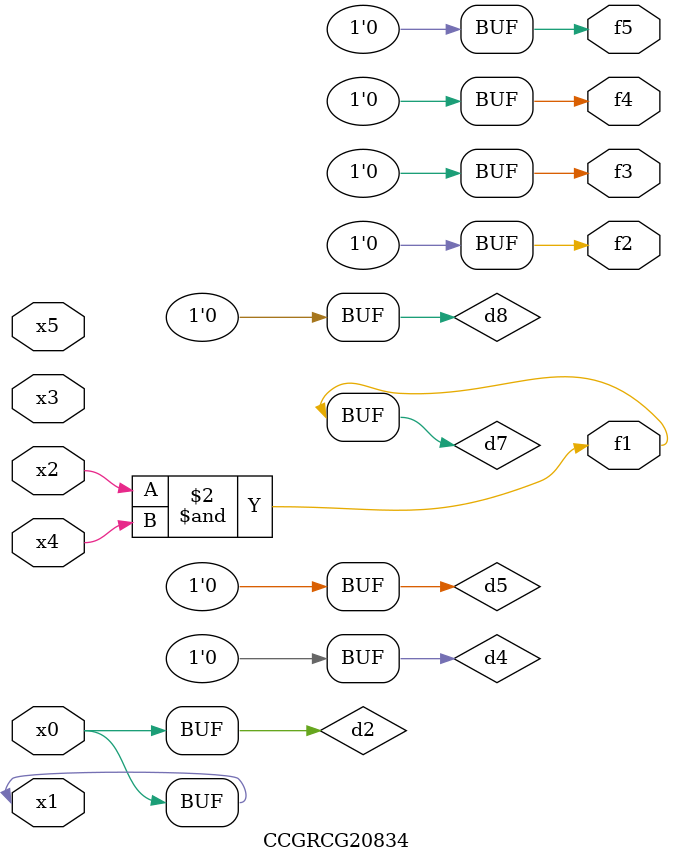
<source format=v>
module CCGRCG20834(
	input x0, x1, x2, x3, x4, x5,
	output f1, f2, f3, f4, f5
);

	wire d1, d2, d3, d4, d5, d6, d7, d8, d9;

	nand (d1, x1);
	buf (d2, x0, x1);
	nand (d3, x2, x4);
	and (d4, d1, d2);
	and (d5, d1, d2);
	nand (d6, d1, d3);
	not (d7, d3);
	xor (d8, d5);
	nor (d9, d5, d6);
	assign f1 = d7;
	assign f2 = d8;
	assign f3 = d8;
	assign f4 = d8;
	assign f5 = d8;
endmodule

</source>
